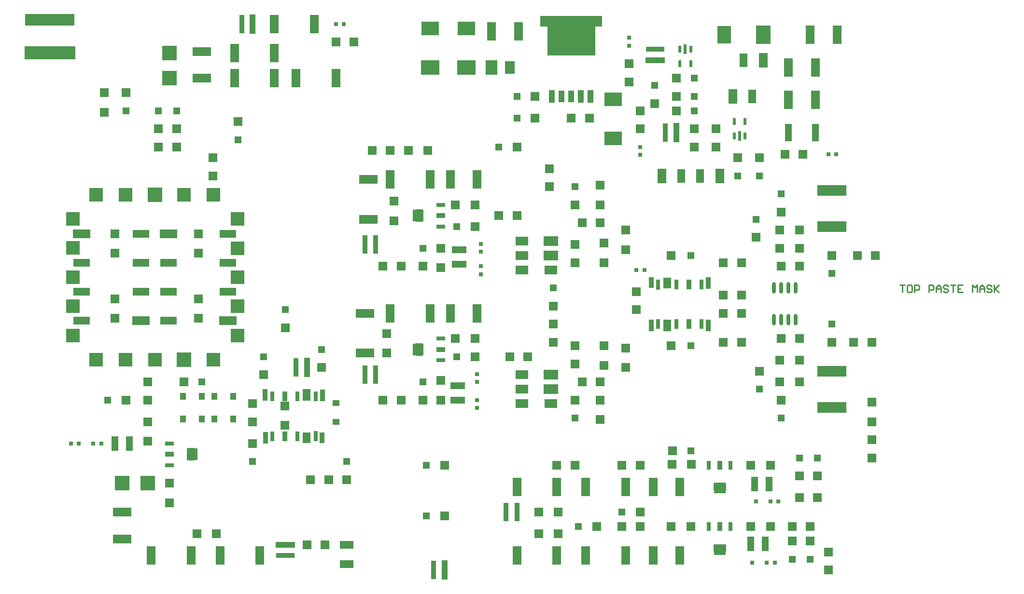
<source format=gtp>
*%FSLAX24Y24*%
*%MOIN*%
G01*
%ADD11C,0.0000*%
%ADD12C,0.0050*%
%ADD13C,0.0060*%
%ADD14C,0.0073*%
%ADD15C,0.0080*%
%ADD16C,0.0098*%
%ADD17C,0.0100*%
%ADD18C,0.0120*%
%ADD19C,0.0150*%
%ADD20C,0.0160*%
%ADD21C,0.0160*%
%ADD22C,0.0197*%
%ADD23C,0.0200*%
%ADD24C,0.0200*%
%ADD25C,0.0240*%
%ADD26O,0.0240X0.0800*%
%ADD27C,0.0250*%
%ADD28O,0.0280X0.0840*%
%ADD29C,0.0300*%
%ADD30C,0.0300*%
%ADD31C,0.0320*%
%ADD32C,0.0340*%
%ADD33C,0.0360*%
%ADD34C,0.0380*%
%ADD35C,0.0394*%
%ADD36C,0.0397*%
%ADD37C,0.0400*%
%ADD38C,0.0434*%
%ADD39C,0.0460*%
%ADD40C,0.0480*%
%ADD41C,0.0480*%
%ADD42C,0.0500*%
%ADD43C,0.0500*%
%ADD44C,0.0520*%
%ADD45C,0.0540*%
%ADD46C,0.0560*%
%ADD47C,0.0580*%
%ADD48C,0.0600*%
%ADD49C,0.0620*%
%ADD50C,0.0650*%
%ADD51C,0.0660*%
%ADD52C,0.0670*%
%ADD53C,0.0680*%
%ADD54C,0.0710*%
%ADD55C,0.0720*%
%ADD56O,0.0750X0.0620*%
%ADD57C,0.0750*%
%ADD58C,0.0760*%
%ADD59O,0.0790X0.0660*%
%ADD60C,0.0810*%
%ADD61C,0.0827*%
%ADD62C,0.0850*%
%ADD63C,0.0870*%
%ADD64C,0.1000*%
%ADD65C,0.1040*%
%ADD66C,0.1299*%
%ADD67C,0.1499*%
%ADD68C,0.1600*%
%ADD69C,0.1700*%
%ADD70C,0.1750*%
%ADD71C,0.1790*%
%ADD72C,0.2000*%
%ADD73C,0.2299*%
%ADD74R,0.0100X0.0100*%
%ADD75R,0.0200X0.0200*%
%ADD76R,0.0200X0.0500*%
%ADD77R,0.0200X0.0650*%
%ADD78R,0.0200X0.1600*%
%ADD79R,0.0240X0.0700*%
%ADD80R,0.0280X0.0600*%
%ADD81R,0.0300X0.0300*%
%ADD82R,0.0300X0.0300*%
%ADD83R,0.0300X0.0600*%
%ADD84R,0.0300X0.0650*%
%ADD85R,0.0300X0.0700*%
%ADD86R,0.0315X0.0709*%
%ADD87R,0.0320X0.0560*%
%ADD88R,0.0320X0.0640*%
%ADD89R,0.0335X0.0758*%
%ADD90R,0.0340X0.0340*%
%ADD91R,0.0340X0.0700*%
%ADD92R,0.0340X0.0800*%
%ADD93R,0.0344X0.0787*%
%ADD94R,0.0344X0.0797*%
%ADD95R,0.0350X0.0700*%
%ADD96R,0.0350X0.0800*%
%ADD97R,0.0354X0.0787*%
%ADD98R,0.0355X0.0749*%
%ADD99R,0.0360X0.0600*%
%ADD100R,0.0360X0.1300*%
%ADD101R,0.0394X0.0827*%
%ADD102R,0.0400X0.0200*%
%ADD103R,0.0400X0.0500*%
%ADD104R,0.0400X0.0640*%
%ADD105R,0.0400X0.0750*%
%ADD106R,0.0400X0.1350*%
%ADD107R,0.0420X0.0850*%
%ADD108R,0.0434X0.0867*%
%ADD109R,0.0440X0.0540*%
%ADD110R,0.0440X0.1390*%
%ADD111R,0.0460X0.0890*%
%ADD112R,0.0500X0.0200*%
%ADD113R,0.0500X0.0400*%
%ADD114R,0.0500X0.0500*%
%ADD115R,0.0500X0.0500*%
%ADD116R,0.0500X0.0850*%
%ADD117R,0.0500X0.1000*%
%ADD118R,0.0500X0.1200*%
%ADD119R,0.0540X0.0440*%
%ADD120R,0.0540X0.0540*%
%ADD121R,0.0540X0.0890*%
%ADD122R,0.0540X0.0960*%
%ADD123R,0.0540X0.1040*%
%ADD124R,0.0550X0.0650*%
%ADD125R,0.0550X0.0780*%
%ADD126R,0.0550X0.0800*%
%ADD127R,0.0560X0.0320*%
%ADD128R,0.0591X0.1260*%
%ADD129R,0.0600X0.0280*%
%ADD130R,0.0600X0.0360*%
%ADD131R,0.0600X0.0600*%
%ADD132R,0.0600X0.1000*%
%ADD133R,0.0600X0.1200*%
%ADD134R,0.0600X0.1250*%
%ADD135R,0.0620X0.0620*%
%ADD136R,0.0631X0.1300*%
%ADD137R,0.0640X0.0320*%
%ADD138R,0.0640X0.0400*%
%ADD139R,0.0640X0.0640*%
%ADD140R,0.0640X0.1040*%
%ADD141R,0.0640X0.1290*%
%ADD142R,0.0650X0.0200*%
%ADD143R,0.0650X0.0550*%
%ADD144R,0.0650X0.0650*%
%ADD145R,0.0660X0.0660*%
%ADD146R,0.0700X0.0700*%
%ADD147R,0.0700X0.0900*%
%ADD148R,0.0709X0.0827*%
%ADD149R,0.0740X0.0740*%
%ADD150R,0.0749X0.0867*%
%ADD151R,0.0750X0.0400*%
%ADD152R,0.0750X0.0750*%
%ADD153R,0.0750X0.0750*%
%ADD154R,0.0750X0.0800*%
%ADD155R,0.0790X0.0790*%
%ADD156R,0.0800X0.0750*%
%ADD157R,0.0800X0.0800*%
%ADD158R,0.0800X0.0800*%
%ADD159R,0.0800X0.1000*%
%ADD160R,0.0800X0.1250*%
%ADD161R,0.0840X0.1040*%
%ADD162R,0.0850X0.0500*%
%ADD163R,0.0890X0.0540*%
%ADD164R,0.0900X0.0600*%
%ADD165R,0.0900X0.0900*%
%ADD166R,0.0940X0.0940*%
%ADD167R,0.0960X0.0540*%
%ADD168R,0.0960X0.0960*%
%ADD169R,0.0960X0.1220*%
%ADD170R,0.1000X0.0500*%
%ADD171R,0.1000X0.0600*%
%ADD172R,0.1000X0.0700*%
%ADD173R,0.1000X0.1000*%
%ADD174R,0.1000X0.1000*%
%ADD175R,0.1000X0.1250*%
%ADD176R,0.1040X0.0540*%
%ADD177R,0.1040X0.0640*%
%ADD178R,0.1040X0.0740*%
%ADD179R,0.1040X0.1040*%
%ADD180R,0.1040X0.1290*%
%ADD181R,0.1060X0.1060*%
%ADD182R,0.1140X0.0540*%
%ADD183R,0.1200X0.0500*%
%ADD184R,0.1200X0.0600*%
%ADD185R,0.1220X0.0960*%
%ADD186R,0.1240X0.0640*%
%ADD187R,0.1250X0.0600*%
%ADD188R,0.1250X0.0800*%
%ADD189R,0.1250X0.1000*%
%ADD190R,0.1260X0.0591*%
%ADD191R,0.1290X0.0640*%
%ADD192R,0.1290X0.1040*%
%ADD193R,0.1300X0.0631*%
%ADD194R,0.1300X0.0360*%
%ADD195R,0.1350X0.0400*%
%ADD196R,0.1390X0.0440*%
%ADD197R,0.1500X0.1500*%
%ADD198R,0.1600X0.0200*%
%ADD199R,0.1600X0.2400*%
%ADD200R,0.1700X0.1700*%
%ADD201R,0.1800X0.1800*%
%ADD202R,0.1900X0.1900*%
%ADD203R,0.2000X0.0750*%
%ADD204R,0.2000X0.2000*%
%ADD205R,0.2040X0.0790*%
%ADD206R,0.2100X0.2100*%
%ADD207R,0.2200X0.2200*%
%ADD208R,0.2300X0.2300*%
%ADD209R,0.2400X0.1600*%
%ADD210R,0.2400X0.2400*%
%ADD211R,0.2500X0.2500*%
D17*
X97970Y49910D02*
X98303D01*
X98137D01*
Y49410D01*
X98553Y49910D02*
X98720D01*
X98553D02*
X98470Y49827D01*
Y49493D01*
X98553Y49410D01*
X98720D01*
X98803Y49493D01*
Y49827D01*
X98720Y49910D01*
X98970D02*
Y49410D01*
Y49910D02*
X99220D01*
X99303Y49827D01*
Y49660D01*
X99220Y49577D01*
X98970D01*
X99969Y49410D02*
Y49910D01*
X100219D01*
X100303Y49827D01*
Y49660D01*
X100219Y49577D01*
X99969D01*
X100469Y49410D02*
Y49743D01*
X100636Y49910D01*
X100802Y49743D01*
Y49410D01*
Y49660D01*
X100469D01*
X101219Y49910D02*
X101302Y49827D01*
X101219Y49910D02*
X101052D01*
X100969Y49827D01*
Y49743D01*
X101052Y49660D01*
X101219D01*
X101302Y49577D01*
Y49493D01*
X101219Y49410D01*
X101052D01*
X100969Y49493D01*
X101469Y49910D02*
X101802D01*
X101635D01*
Y49410D01*
X101969Y49910D02*
X102302D01*
X101969D02*
Y49410D01*
X102302D01*
X102135Y49660D02*
X101969D01*
X102968Y49410D02*
Y49910D01*
X103135Y49743D01*
X103302Y49910D01*
Y49410D01*
X103468D02*
Y49743D01*
X103635Y49910D01*
X103801Y49743D01*
Y49410D01*
Y49660D01*
X103468D01*
X104218Y49910D02*
X104301Y49827D01*
X104218Y49910D02*
X104051D01*
X103968Y49827D01*
Y49743D01*
X104051Y49660D01*
X104218D01*
X104301Y49577D01*
Y49493D01*
X104218Y49410D01*
X104051D01*
X103968Y49493D01*
X104468Y49410D02*
Y49910D01*
Y49577D02*
Y49410D01*
Y49577D02*
X104801Y49910D01*
X104551Y49660D01*
X104801Y49410D01*
D26*
X90770Y47510D02*
D03*
X90270D02*
D03*
X89770D02*
D03*
X89270D02*
D03*
Y49710D02*
D03*
X89770D02*
D03*
X90270D02*
D03*
X90770D02*
D03*
D76*
X83520Y66210D02*
D03*
X82770D02*
D03*
X83520Y65210D02*
D03*
X82770D02*
D03*
X86520Y60210D02*
D03*
X87270D02*
D03*
X86520Y61210D02*
D03*
X87270D02*
D03*
D79*
X83150Y66210D02*
D03*
X86890Y60210D02*
D03*
D80*
X86270Y37460D02*
D03*
X84770D02*
D03*
X86270Y33210D02*
D03*
X84770D02*
D03*
D81*
X93570Y58960D02*
D03*
X93020D02*
D03*
X79270Y66460D02*
D03*
Y67010D02*
D03*
X80320Y50960D02*
D03*
X79770D02*
D03*
X80020Y59460D02*
D03*
Y58910D02*
D03*
X88020Y34960D02*
D03*
X89020D02*
D03*
X89570D02*
D03*
X88770Y30710D02*
D03*
X89320D02*
D03*
X87770D02*
D03*
X69020Y52760D02*
D03*
Y52210D02*
D03*
Y51210D02*
D03*
Y50660D02*
D03*
X68770Y43760D02*
D03*
Y43210D02*
D03*
Y41960D02*
D03*
Y41410D02*
D03*
X59570Y67960D02*
D03*
X59020D02*
D03*
X40720Y38960D02*
D03*
X41270D02*
D03*
X42270D02*
D03*
X42820D02*
D03*
D82*
X74560Y62700D02*
X74640D01*
Y63210D01*
X74560D01*
Y62700D01*
X75230D02*
X75310D01*
Y63220D01*
X75230D01*
Y62700D01*
D84*
X81270Y49935D02*
D03*
X57620Y39485D02*
D03*
D85*
X81270Y47210D02*
D03*
X82520D02*
D03*
X84270D02*
D03*
Y49960D02*
D03*
X82520D02*
D03*
X57620Y42210D02*
D03*
X56370D02*
D03*
X54620D02*
D03*
Y39460D02*
D03*
X56370D02*
D03*
D86*
X82530Y49966D02*
D03*
X84262D02*
D03*
X83396D02*
D03*
X81270D02*
D03*
Y47210D02*
D03*
X84262D02*
D03*
X83396D02*
D03*
X82530D02*
D03*
X56360Y39454D02*
D03*
X54628D02*
D03*
X55494D02*
D03*
X57620D02*
D03*
Y42210D02*
D03*
X54628D02*
D03*
X55494D02*
D03*
X56360D02*
D03*
D87*
X85520Y37460D02*
D03*
Y33210D02*
D03*
D89*
X80807Y50079D02*
D03*
X58083Y39341D02*
D03*
D91*
X83400Y47210D02*
D03*
X55490Y42210D02*
D03*
D93*
X84749Y47112D02*
D03*
X54141Y42308D02*
D03*
D94*
X80802Y47116D02*
D03*
X58088Y42304D02*
D03*
D95*
X83395Y49960D02*
D03*
X55495Y39460D02*
D03*
D96*
X73945Y62960D02*
D03*
X74595D02*
D03*
X75945D02*
D03*
X76595D02*
D03*
X75275D02*
D03*
D97*
X84735Y50064D02*
D03*
X54155Y39356D02*
D03*
D99*
X85520Y37460D02*
D03*
Y33210D02*
D03*
D100*
X82520Y60460D02*
D03*
X81770D02*
D03*
X61020Y52710D02*
D03*
X61770D02*
D03*
X71520Y34210D02*
D03*
X70770D02*
D03*
X61770Y43710D02*
D03*
X61020D02*
D03*
X66520Y30210D02*
D03*
X65770D02*
D03*
X53270Y67960D02*
D03*
X52520D02*
D03*
X57020Y44210D02*
D03*
X56270D02*
D03*
D103*
X50620Y42210D02*
D03*
X51920D02*
D03*
Y40660D02*
D03*
X50620D02*
D03*
X49770D02*
D03*
X48470D02*
D03*
Y42210D02*
D03*
X49770D02*
D03*
D106*
X82520Y60460D02*
D03*
X66520Y30210D02*
D03*
X53270Y67960D02*
D03*
X57020Y44210D02*
D03*
D107*
X73930Y62960D02*
D03*
X75940D02*
D03*
X76610D02*
D03*
D113*
X59020Y41760D02*
D03*
Y40460D02*
D03*
D114*
X93270Y51960D02*
D03*
Y50710D02*
D03*
X95020Y51960D02*
D03*
X96270D02*
D03*
X91020Y51210D02*
D03*
X89770D02*
D03*
X91270Y58960D02*
D03*
X90020D02*
D03*
X94770Y45960D02*
D03*
X96020D02*
D03*
X93270D02*
D03*
Y47210D02*
D03*
X92270Y37960D02*
D03*
Y36710D02*
D03*
X91020Y37960D02*
D03*
Y36710D02*
D03*
X91770Y33210D02*
D03*
X90520D02*
D03*
X92270Y35210D02*
D03*
X91020D02*
D03*
Y46210D02*
D03*
X89770D02*
D03*
X91770Y30960D02*
D03*
Y32210D02*
D03*
X79270Y63960D02*
D03*
Y65210D02*
D03*
X83770Y64210D02*
D03*
X82520D02*
D03*
X83520Y51960D02*
D03*
X82170D02*
D03*
X79770Y49460D02*
D03*
Y48210D02*
D03*
X76520Y61460D02*
D03*
X75270D02*
D03*
X89770Y54960D02*
D03*
Y56210D02*
D03*
X88020Y53210D02*
D03*
Y54460D02*
D03*
X87020Y51460D02*
D03*
X85770D02*
D03*
X87020Y49210D02*
D03*
X85770D02*
D03*
X87020Y47960D02*
D03*
X85770D02*
D03*
X88270Y58710D02*
D03*
Y57460D02*
D03*
X86770Y58710D02*
D03*
Y57460D02*
D03*
X85270Y60710D02*
D03*
Y59460D02*
D03*
X83770Y60710D02*
D03*
Y59460D02*
D03*
X82520Y61960D02*
D03*
X83770D02*
D03*
X82520Y62960D02*
D03*
X83770D02*
D03*
X81020Y62460D02*
D03*
Y63710D02*
D03*
X80020Y60710D02*
D03*
Y61960D02*
D03*
X75520Y55460D02*
D03*
Y56710D02*
D03*
X76020Y54210D02*
D03*
X77270D02*
D03*
X75520Y52710D02*
D03*
Y51460D02*
D03*
Y37460D02*
D03*
X74270D02*
D03*
X82270Y38460D02*
D03*
X83520D02*
D03*
X80020Y37460D02*
D03*
X78770D02*
D03*
X80020Y34210D02*
D03*
X78770D02*
D03*
X80020Y33210D02*
D03*
X78770D02*
D03*
X77020D02*
D03*
X75770D02*
D03*
X83520Y45710D02*
D03*
X82170D02*
D03*
X87020Y45960D02*
D03*
X85770D02*
D03*
X88270Y43960D02*
D03*
Y42710D02*
D03*
X89770Y41960D02*
D03*
Y40710D02*
D03*
X75520Y44460D02*
D03*
Y45710D02*
D03*
X76020Y43210D02*
D03*
X77270D02*
D03*
X75520Y41960D02*
D03*
Y40710D02*
D03*
X90520Y30960D02*
D03*
Y32210D02*
D03*
X73770Y57960D02*
D03*
Y56710D02*
D03*
X72770Y61460D02*
D03*
X71520D02*
D03*
X72770Y62960D02*
D03*
X71520D02*
D03*
X74020Y49710D02*
D03*
Y48460D02*
D03*
X62270Y51210D02*
D03*
X63520D02*
D03*
X61520Y59210D02*
D03*
X62770D02*
D03*
X70270Y59460D02*
D03*
X71520D02*
D03*
X70270Y54710D02*
D03*
X71520D02*
D03*
X67370Y53960D02*
D03*
X68620D02*
D03*
X65020Y51210D02*
D03*
Y52460D02*
D03*
X71020Y44960D02*
D03*
X72270D02*
D03*
X74020Y47210D02*
D03*
Y45960D02*
D03*
X59770Y36460D02*
D03*
Y37710D02*
D03*
X65270Y37460D02*
D03*
X66520D02*
D03*
X65270Y33960D02*
D03*
X66520D02*
D03*
X67370Y44960D02*
D03*
X68620D02*
D03*
X65020Y43210D02*
D03*
Y41960D02*
D03*
X62270D02*
D03*
X63520D02*
D03*
X44520Y63210D02*
D03*
Y61960D02*
D03*
X59020Y66710D02*
D03*
X60270D02*
D03*
X48020Y61960D02*
D03*
Y60710D02*
D03*
X46770D02*
D03*
Y61960D02*
D03*
Y59460D02*
D03*
X48020D02*
D03*
X50520Y58710D02*
D03*
Y57460D02*
D03*
X52270Y61210D02*
D03*
Y59960D02*
D03*
X57270Y36460D02*
D03*
X58520D02*
D03*
X58270Y31960D02*
D03*
X57020D02*
D03*
X44520Y41960D02*
D03*
X43270D02*
D03*
X46020Y43210D02*
D03*
Y41960D02*
D03*
X54020Y43710D02*
D03*
Y44960D02*
D03*
X55520Y46960D02*
D03*
Y48210D02*
D03*
X58020Y45460D02*
D03*
Y44210D02*
D03*
X53270Y38960D02*
D03*
Y37710D02*
D03*
Y40460D02*
D03*
Y41710D02*
D03*
X48520Y43210D02*
D03*
X49770D02*
D03*
D116*
X64770Y54710D02*
D03*
Y45460D02*
D03*
X49020Y38210D02*
D03*
D117*
X88920Y36160D02*
D03*
X87920D02*
D03*
X88670Y32010D02*
D03*
X87670D02*
D03*
X44770Y38960D02*
D03*
X43770D02*
D03*
D118*
X91770Y67210D02*
D03*
X93620D02*
D03*
X90270Y64960D02*
D03*
X92120D02*
D03*
X90270Y62710D02*
D03*
X92120D02*
D03*
X90270Y60460D02*
D03*
X92120D02*
D03*
X82770Y35960D02*
D03*
X80920D02*
D03*
X82770Y31210D02*
D03*
X80920D02*
D03*
X69770Y67460D02*
D03*
X71620D02*
D03*
X68770Y57210D02*
D03*
X66920D02*
D03*
X68770Y47960D02*
D03*
X66920D02*
D03*
D122*
X88520Y65460D02*
D03*
X87170D02*
D03*
X85520Y57460D02*
D03*
X84170D02*
D03*
X87770Y62960D02*
D03*
X86420D02*
D03*
X81520Y57460D02*
D03*
X82870D02*
D03*
D125*
X81895Y50070D02*
D03*
X56995Y39350D02*
D03*
D126*
X81895Y47110D02*
D03*
X56995Y42310D02*
D03*
D127*
X66270Y54710D02*
D03*
Y45460D02*
D03*
X47520Y38210D02*
D03*
D128*
X79020Y35960D02*
D03*
X76270D02*
D03*
X79020Y31210D02*
D03*
X76270D02*
D03*
X65520Y57210D02*
D03*
X62770D02*
D03*
Y47960D02*
D03*
X65520D02*
D03*
X74270Y35960D02*
D03*
X71520D02*
D03*
X74270Y31210D02*
D03*
X71520D02*
D03*
X57520Y67960D02*
D03*
X54770D02*
D03*
Y65960D02*
D03*
X52020D02*
D03*
Y64210D02*
D03*
X54770D02*
D03*
X56270D02*
D03*
X59020D02*
D03*
X53770Y31210D02*
D03*
X51020D02*
D03*
X49020D02*
D03*
X46270D02*
D03*
D129*
X66270Y53960D02*
D03*
Y55460D02*
D03*
Y44710D02*
D03*
Y46210D02*
D03*
X47520Y38960D02*
D03*
Y37460D02*
D03*
D130*
X66270Y54710D02*
D03*
Y45460D02*
D03*
X47520Y38210D02*
D03*
D131*
X93270Y51960D02*
D03*
X96270D02*
D03*
X95020D02*
D03*
X89770Y51210D02*
D03*
X91020D02*
D03*
Y52460D02*
D03*
X89670D02*
D03*
D03*
X91020D02*
D03*
Y53710D02*
D03*
X89670D02*
D03*
D03*
X91020D02*
D03*
X90020Y58960D02*
D03*
X91270D02*
D03*
X96020Y45960D02*
D03*
X94770D02*
D03*
X93270D02*
D03*
X96020Y39210D02*
D03*
Y37960D02*
D03*
Y40460D02*
D03*
Y41810D02*
D03*
Y40460D02*
D03*
X92270Y36710D02*
D03*
X91020D02*
D03*
X90520Y33210D02*
D03*
X91770D02*
D03*
X91020Y35210D02*
D03*
X92270D02*
D03*
X91020Y43210D02*
D03*
X89670D02*
D03*
D03*
X91020D02*
D03*
Y44710D02*
D03*
X89670D02*
D03*
D03*
X91020D02*
D03*
X89770Y46210D02*
D03*
X91020D02*
D03*
X93020Y30210D02*
D03*
Y31460D02*
D03*
X91770Y32210D02*
D03*
X79270Y65210D02*
D03*
Y63960D02*
D03*
X82520Y64210D02*
D03*
X82170Y51960D02*
D03*
X79770Y48210D02*
D03*
Y49460D02*
D03*
X77520Y51460D02*
D03*
Y52810D02*
D03*
Y51460D02*
D03*
X75270Y61460D02*
D03*
X76520D02*
D03*
X89770Y54960D02*
D03*
X88020Y53210D02*
D03*
X85770Y51460D02*
D03*
X87020D02*
D03*
X85770Y49210D02*
D03*
X87020D02*
D03*
X85770Y47960D02*
D03*
X87020D02*
D03*
X88270Y58710D02*
D03*
X86770D02*
D03*
X85270Y59460D02*
D03*
Y60710D02*
D03*
X83770Y59460D02*
D03*
Y60710D02*
D03*
X82520Y61960D02*
D03*
Y62960D02*
D03*
X81020Y62460D02*
D03*
X80020Y61960D02*
D03*
Y60710D02*
D03*
X79020Y53710D02*
D03*
Y52360D02*
D03*
Y53710D02*
D03*
X77270Y55460D02*
D03*
Y56810D02*
D03*
Y55460D02*
D03*
X75520D02*
D03*
X77270Y54210D02*
D03*
X76020D02*
D03*
X75520Y51460D02*
D03*
Y52710D02*
D03*
X74270Y37460D02*
D03*
X75520D02*
D03*
X89020D02*
D03*
X87670D02*
D03*
D03*
X89020D02*
D03*
Y33210D02*
D03*
X87670D02*
D03*
D03*
X89020D02*
D03*
X83520D02*
D03*
X82170D02*
D03*
D03*
X83520D02*
D03*
X82270Y38460D02*
D03*
X82220Y37510D02*
D03*
X83570D02*
D03*
D03*
X82220D02*
D03*
X78770Y37460D02*
D03*
X80020D02*
D03*
Y34210D02*
D03*
X78770Y33210D02*
D03*
X80020D02*
D03*
X77020D02*
D03*
X77270Y41960D02*
D03*
Y40610D02*
D03*
Y41960D02*
D03*
X77520Y45710D02*
D03*
Y44360D02*
D03*
Y45710D02*
D03*
X79020Y44210D02*
D03*
Y45560D02*
D03*
Y44210D02*
D03*
X82170Y45710D02*
D03*
X85770Y45960D02*
D03*
X87020D02*
D03*
X88270Y43960D02*
D03*
X89770Y41960D02*
D03*
X75520Y45710D02*
D03*
Y44460D02*
D03*
X77270Y43210D02*
D03*
X76020D02*
D03*
X75520Y41960D02*
D03*
X90520Y32210D02*
D03*
X73770Y56710D02*
D03*
Y57960D02*
D03*
X72770Y61460D02*
D03*
Y62960D02*
D03*
X74020Y48460D02*
D03*
X63520Y51210D02*
D03*
X62270D02*
D03*
X64020Y59210D02*
D03*
X65370D02*
D03*
X64020D02*
D03*
X62770D02*
D03*
X61520D02*
D03*
X63020Y54360D02*
D03*
Y55710D02*
D03*
X71520Y59460D02*
D03*
Y54710D02*
D03*
X70270D02*
D03*
X68620Y53960D02*
D03*
X67270Y55460D02*
D03*
X68620D02*
D03*
D03*
X67270D02*
D03*
X66270Y52460D02*
D03*
Y51110D02*
D03*
D03*
Y52460D02*
D03*
X65020Y51210D02*
D03*
X74370Y32710D02*
D03*
X73020D02*
D03*
X74370Y34210D02*
D03*
X73020D02*
D03*
X72270Y44960D02*
D03*
X71020D02*
D03*
X74020Y45960D02*
D03*
Y47210D02*
D03*
X59770Y36460D02*
D03*
X66520Y37460D02*
D03*
Y33960D02*
D03*
X62520Y46560D02*
D03*
Y45210D02*
D03*
X67270Y46210D02*
D03*
X68620D02*
D03*
D03*
X67270D02*
D03*
X68620Y44960D02*
D03*
X66270Y43310D02*
D03*
Y41960D02*
D03*
D03*
Y43310D02*
D03*
X65020Y41960D02*
D03*
X63520D02*
D03*
X62270D02*
D03*
X44520Y63210D02*
D03*
X60270Y66710D02*
D03*
X59020D02*
D03*
X49520Y52110D02*
D03*
Y53460D02*
D03*
X43770Y52110D02*
D03*
Y53460D02*
D03*
X48020Y60710D02*
D03*
X46770D02*
D03*
X48020Y59460D02*
D03*
X46770D02*
D03*
X50520Y57460D02*
D03*
Y58710D02*
D03*
X52270Y61210D02*
D03*
X49520Y47610D02*
D03*
Y48960D02*
D03*
X43770Y47610D02*
D03*
Y48960D02*
D03*
X58520Y36460D02*
D03*
X57270D02*
D03*
X57020Y31960D02*
D03*
X58270D02*
D03*
X49420Y32710D02*
D03*
X50770D02*
D03*
X47520Y36210D02*
D03*
Y34860D02*
D03*
D03*
Y36210D02*
D03*
X46020Y40460D02*
D03*
Y39110D02*
D03*
D03*
Y40460D02*
D03*
X44520Y41960D02*
D03*
X46020D02*
D03*
Y43210D02*
D03*
X54020Y43710D02*
D03*
X55520Y46960D02*
D03*
X58020Y44210D02*
D03*
X55494Y41560D02*
D03*
Y40210D02*
D03*
X53270Y38960D02*
D03*
Y41710D02*
D03*
Y40460D02*
D03*
X48520Y43210D02*
D03*
X43020Y63210D02*
D03*
Y61860D02*
D03*
D03*
Y63210D02*
D03*
D132*
X88520Y65460D02*
D03*
X85520Y57460D02*
D03*
X86420Y62960D02*
D03*
X81520Y57460D02*
D03*
D133*
X76270Y35960D02*
D03*
X79020D02*
D03*
X76270Y31210D02*
D03*
X79020D02*
D03*
X62770Y57210D02*
D03*
X65520D02*
D03*
Y47960D02*
D03*
X62770D02*
D03*
X71520Y35960D02*
D03*
X74270D02*
D03*
X71520Y31210D02*
D03*
X74270D02*
D03*
X54770Y67960D02*
D03*
X57520D02*
D03*
X52020Y65960D02*
D03*
X54770D02*
D03*
Y64210D02*
D03*
X52020D02*
D03*
X59020D02*
D03*
X56270D02*
D03*
X51020Y31210D02*
D03*
X53770D02*
D03*
X46270D02*
D03*
X49020D02*
D03*
D134*
X93620Y67210D02*
D03*
X91770D02*
D03*
X92120Y64960D02*
D03*
X90270D02*
D03*
X92120Y62710D02*
D03*
X90270D02*
D03*
X80920Y35960D02*
D03*
X82770D02*
D03*
X80920Y31210D02*
D03*
X82770D02*
D03*
X71620Y67460D02*
D03*
X69770D02*
D03*
X66920Y57210D02*
D03*
X68770D02*
D03*
X66920Y47960D02*
D03*
X68770D02*
D03*
D147*
X69770Y64960D02*
D03*
X71020D02*
D03*
D153*
X73520Y68160D02*
X77020D01*
D154*
X64695Y54710D02*
D03*
Y45460D02*
D03*
X49095Y38210D02*
D03*
D156*
X85520Y35885D02*
D03*
Y31635D02*
D03*
D158*
X40570Y65960D02*
X37970D01*
Y68260D02*
X40570D01*
D159*
X69770Y64960D02*
D03*
D162*
X85520Y35960D02*
D03*
Y31710D02*
D03*
D164*
X71870Y50960D02*
D03*
Y51960D02*
D03*
Y52960D02*
D03*
X73870Y50960D02*
D03*
Y51960D02*
D03*
Y52960D02*
D03*
X71870Y41710D02*
D03*
Y42710D02*
D03*
Y43710D02*
D03*
X73870Y41710D02*
D03*
Y42710D02*
D03*
Y43710D02*
D03*
D165*
X40570Y65960D02*
X37970D01*
D167*
X59770Y31960D02*
D03*
Y30610D02*
D03*
D168*
X48540Y56170D02*
D03*
X50560D02*
D03*
X52230Y54500D02*
D03*
X52220Y52470D02*
D03*
X52230Y50460D02*
D03*
Y48440D02*
D03*
Y46420D02*
D03*
X50560Y44750D02*
D03*
X48540D02*
D03*
X46520D02*
D03*
X44500D02*
D03*
X42480D02*
D03*
X40860Y46420D02*
D03*
Y48440D02*
D03*
Y50460D02*
D03*
Y52480D02*
D03*
Y54500D02*
D03*
X42480Y56170D02*
D03*
X44500D02*
D03*
X46520D02*
D03*
D169*
X88520Y67210D02*
D03*
X85820D02*
D03*
D170*
X67520Y52360D02*
D03*
Y51360D02*
D03*
X67420Y42960D02*
D03*
Y41960D02*
D03*
D172*
X73870Y51960D02*
D03*
Y52960D02*
D03*
Y42710D02*
D03*
Y43710D02*
D03*
D173*
X47520Y65960D02*
D03*
Y64210D02*
D03*
X46520Y56170D02*
D03*
X48540Y44750D02*
D03*
X44270Y36210D02*
D03*
X46020D02*
D03*
D175*
X88520Y67210D02*
D03*
D182*
X51570Y53460D02*
D03*
Y51460D02*
D03*
Y49460D02*
D03*
Y47460D02*
D03*
X47470Y49460D02*
D03*
Y47460D02*
D03*
Y51460D02*
D03*
Y53460D02*
D03*
X45570D02*
D03*
Y51460D02*
D03*
Y49460D02*
D03*
Y47460D02*
D03*
X41470Y49460D02*
D03*
Y47460D02*
D03*
Y51460D02*
D03*
Y53460D02*
D03*
D183*
X49770Y64210D02*
D03*
Y66060D02*
D03*
X44270Y34210D02*
D03*
Y32360D02*
D03*
D184*
X61270Y54460D02*
D03*
Y57210D02*
D03*
X61020Y45210D02*
D03*
Y47960D02*
D03*
X47470Y53460D02*
D03*
X51570Y47460D02*
D03*
X41470Y53460D02*
D03*
X45570Y47460D02*
D03*
D185*
X78170Y62760D02*
D03*
Y60060D02*
D03*
X65520Y64960D02*
D03*
Y67660D02*
D03*
X68020Y64960D02*
D03*
Y67660D02*
D03*
D187*
X49770Y66060D02*
D03*
Y64210D02*
D03*
X44270Y32360D02*
D03*
Y34210D02*
D03*
D189*
X65520Y64960D02*
D03*
X68020D02*
D03*
D190*
X61270Y57210D02*
D03*
Y54460D02*
D03*
X61020Y47960D02*
D03*
Y45210D02*
D03*
D194*
X81070Y65460D02*
D03*
Y66210D02*
D03*
X55520Y31960D02*
D03*
Y31210D02*
D03*
D195*
X81070Y65460D02*
D03*
X55520Y31960D02*
D03*
D203*
X93270Y56460D02*
D03*
Y53960D02*
D03*
Y41460D02*
D03*
Y43960D02*
D03*
D211*
X74870Y67035D02*
X75670D01*
Y67285D01*
X74870D01*
Y67035D01*
D02*
M02*

</source>
